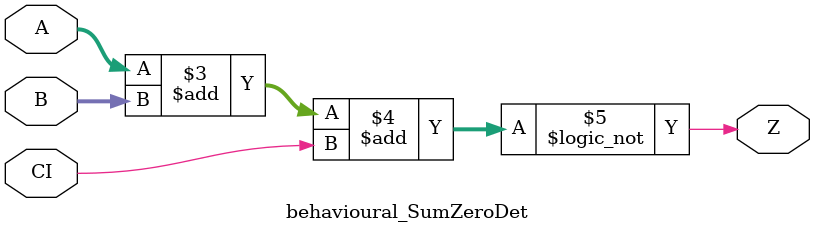
<source format=sv>

module SumZeroDet #(
	parameter int width = 8  // word width
) (
	input  logic [width-1:0] A,
	input  logic [width-1:0] B,  // operands
	input  logic             CI,  // carry in
	output logic             Z    // all-zeroes sum flag
);

	// zero flag for individual bits
	logic [width-1:0] ZT;
	always_comb begin
		ZT[0] = ~((A[0] ^ B[0]) ^ CI);
		for (int i = 1; i < width; i++) begin
			ZT[i] = ~((A[i] ^ B[i]) ^ (A[i-1] | B[i-1]));
		end
	end

	// AND all bit zero flags
	RedAnd #(
		.width(width)
	) zeroFlag (
		.A(ZT),
		.Z(Z)
	);

endmodule



module behavioural_SumZeroDet #(
	parameter int width = 8  // word width
) (
	input  logic [width-1:0] A,
	input  logic [width-1:0] B,  // operands
	input  logic             CI,  // carry in
	output logic             Z    // all-zeroes sum flag
);
	assign Z = ((A+B+CI) == '0);
endmodule
</source>
